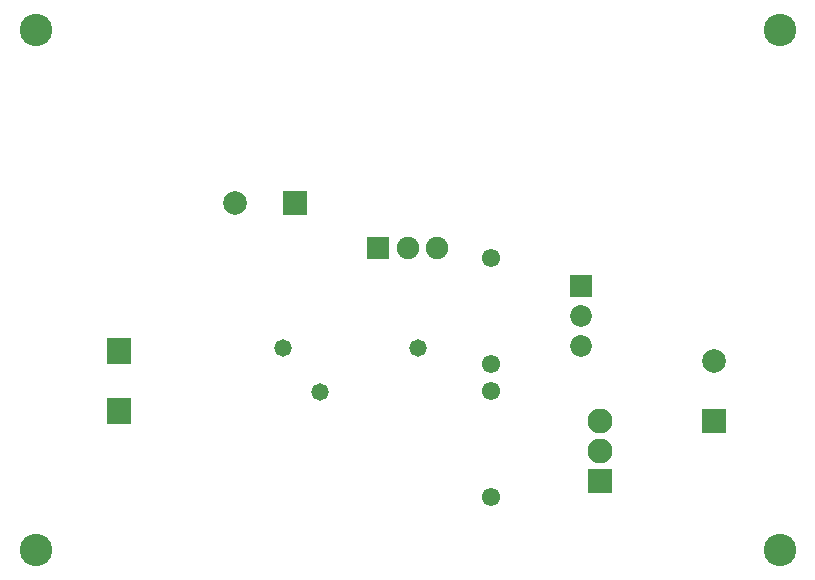
<source format=gbs>
G04*
G04 #@! TF.GenerationSoftware,Altium Limited,Altium Designer,24.1.2 (44)*
G04*
G04 Layer_Color=16711935*
%FSLAX44Y44*%
%MOMM*%
G71*
G04*
G04 #@! TF.SameCoordinates,0D61027A-B9A4-4D08-A004-814C5E794B05*
G04*
G04*
G04 #@! TF.FilePolarity,Negative*
G04*
G01*
G75*
%ADD22R,2.1232X2.1232*%
%ADD23C,2.1232*%
%ADD24R,1.9032X1.9032*%
%ADD25C,1.9032*%
%ADD26R,2.0032X2.2352*%
%ADD27C,2.0032*%
%ADD28R,2.0032X2.0032*%
%ADD29C,1.5532*%
%ADD30C,1.8500*%
%ADD31R,1.8500X1.8500*%
%ADD32R,2.0032X2.0032*%
%ADD33C,2.7432*%
%ADD34C,1.4732*%
D22*
X752500Y333350D02*
D03*
D23*
Y358750D02*
D03*
Y384150D02*
D03*
D24*
X565250Y530500D02*
D03*
D25*
X615250D02*
D03*
X590250D02*
D03*
D26*
X346000Y443900D02*
D03*
Y393100D02*
D03*
D27*
X849500Y435400D02*
D03*
X443850Y569000D02*
D03*
D28*
X849500Y384600D02*
D03*
D29*
X660750Y409500D02*
D03*
Y319500D02*
D03*
X660500Y522250D02*
D03*
Y432250D02*
D03*
D30*
X736700Y447600D02*
D03*
Y473000D02*
D03*
D31*
Y498400D02*
D03*
D32*
X494650Y569000D02*
D03*
D33*
X275000Y275000D02*
D03*
Y715000D02*
D03*
X905000Y275000D02*
D03*
Y715000D02*
D03*
D34*
X484250Y445750D02*
D03*
X515750Y408500D02*
D03*
X598500Y445750D02*
D03*
M02*

</source>
